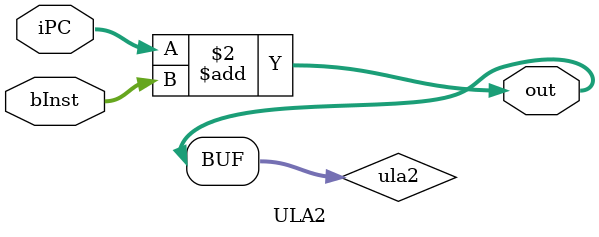
<source format=v>
module ULA2 (
    input wire [7:0] iPC,
    input wire [7:0] bInst,
    output wire [7:0] out
    );
    
    reg [7:0] ula2;
    
    always@(iPC or bInst)begin
        ula2 = iPC + bInst;
    end
  
    assign out = ula2;

endmodule
</source>
